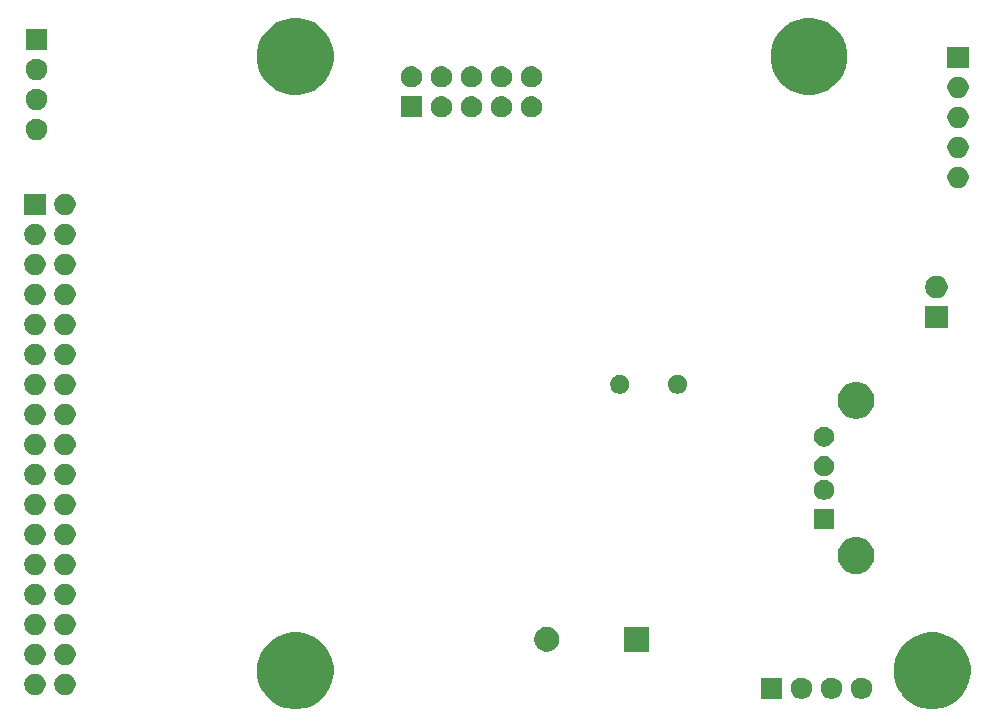
<source format=gbr>
G04 #@! TF.GenerationSoftware,KiCad,Pcbnew,(5.1.5)-3*
G04 #@! TF.CreationDate,2020-10-28T12:36:19+01:00*
G04 #@! TF.ProjectId,Gotek_Floppy_Disk_Emulator_V2,476f7465-6b5f-4466-9c6f-7070795f4469,rev?*
G04 #@! TF.SameCoordinates,Original*
G04 #@! TF.FileFunction,Soldermask,Bot*
G04 #@! TF.FilePolarity,Negative*
%FSLAX46Y46*%
G04 Gerber Fmt 4.6, Leading zero omitted, Abs format (unit mm)*
G04 Created by KiCad (PCBNEW (5.1.5)-3) date 2020-10-28 12:36:19*
%MOMM*%
%LPD*%
G04 APERTURE LIST*
%ADD10C,0.100000*%
G04 APERTURE END LIST*
D10*
G36*
X168549239Y-108691467D02*
G01*
X168863282Y-108753934D01*
X169454926Y-108999001D01*
X169987392Y-109354784D01*
X170440216Y-109807608D01*
X170795999Y-110340074D01*
X171034879Y-110916782D01*
X171041066Y-110931719D01*
X171166000Y-111559803D01*
X171166000Y-112200197D01*
X171140151Y-112330147D01*
X171041066Y-112828282D01*
X170795999Y-113419926D01*
X170510986Y-113846477D01*
X170448929Y-113939353D01*
X170440216Y-113952392D01*
X169987392Y-114405216D01*
X169454926Y-114760999D01*
X168863282Y-115006066D01*
X168549239Y-115068533D01*
X168235197Y-115131000D01*
X167594803Y-115131000D01*
X167280761Y-115068533D01*
X166966718Y-115006066D01*
X166375074Y-114760999D01*
X165842608Y-114405216D01*
X165389784Y-113952392D01*
X165381072Y-113939353D01*
X165319014Y-113846477D01*
X165034001Y-113419926D01*
X164788934Y-112828282D01*
X164689849Y-112330147D01*
X164664000Y-112200197D01*
X164664000Y-111559803D01*
X164788934Y-110931719D01*
X164795121Y-110916782D01*
X165034001Y-110340074D01*
X165389784Y-109807608D01*
X165842608Y-109354784D01*
X166375074Y-108999001D01*
X166966718Y-108753934D01*
X167280761Y-108691467D01*
X167594803Y-108629000D01*
X168235197Y-108629000D01*
X168549239Y-108691467D01*
G37*
G36*
X114634239Y-108691467D02*
G01*
X114948282Y-108753934D01*
X115539926Y-108999001D01*
X116072392Y-109354784D01*
X116525216Y-109807608D01*
X116880999Y-110340074D01*
X117119879Y-110916782D01*
X117126066Y-110931719D01*
X117251000Y-111559803D01*
X117251000Y-112200197D01*
X117225151Y-112330147D01*
X117126066Y-112828282D01*
X116880999Y-113419926D01*
X116595986Y-113846477D01*
X116533929Y-113939353D01*
X116525216Y-113952392D01*
X116072392Y-114405216D01*
X115539926Y-114760999D01*
X114948282Y-115006066D01*
X114634239Y-115068533D01*
X114320197Y-115131000D01*
X113679803Y-115131000D01*
X113365761Y-115068533D01*
X113051718Y-115006066D01*
X112460074Y-114760999D01*
X111927608Y-114405216D01*
X111474784Y-113952392D01*
X111466072Y-113939353D01*
X111404014Y-113846477D01*
X111119001Y-113419926D01*
X110873934Y-112828282D01*
X110774849Y-112330147D01*
X110749000Y-112200197D01*
X110749000Y-111559803D01*
X110873934Y-110931719D01*
X110880121Y-110916782D01*
X111119001Y-110340074D01*
X111474784Y-109807608D01*
X111927608Y-109354784D01*
X112460074Y-108999001D01*
X113051718Y-108753934D01*
X113365761Y-108691467D01*
X113679803Y-108629000D01*
X114320197Y-108629000D01*
X114634239Y-108691467D01*
G37*
G36*
X159498512Y-112468927D02*
G01*
X159647812Y-112498624D01*
X159811784Y-112566544D01*
X159959354Y-112665147D01*
X160084853Y-112790646D01*
X160183456Y-112938216D01*
X160251376Y-113102188D01*
X160286000Y-113276259D01*
X160286000Y-113453741D01*
X160251376Y-113627812D01*
X160183456Y-113791784D01*
X160084853Y-113939354D01*
X159959354Y-114064853D01*
X159811784Y-114163456D01*
X159647812Y-114231376D01*
X159498512Y-114261073D01*
X159473742Y-114266000D01*
X159296258Y-114266000D01*
X159271488Y-114261073D01*
X159122188Y-114231376D01*
X158958216Y-114163456D01*
X158810646Y-114064853D01*
X158685147Y-113939354D01*
X158586544Y-113791784D01*
X158518624Y-113627812D01*
X158484000Y-113453741D01*
X158484000Y-113276259D01*
X158518624Y-113102188D01*
X158586544Y-112938216D01*
X158685147Y-112790646D01*
X158810646Y-112665147D01*
X158958216Y-112566544D01*
X159122188Y-112498624D01*
X159271488Y-112468927D01*
X159296258Y-112464000D01*
X159473742Y-112464000D01*
X159498512Y-112468927D01*
G37*
G36*
X155206000Y-114266000D02*
G01*
X153404000Y-114266000D01*
X153404000Y-112464000D01*
X155206000Y-112464000D01*
X155206000Y-114266000D01*
G37*
G36*
X156958512Y-112468927D02*
G01*
X157107812Y-112498624D01*
X157271784Y-112566544D01*
X157419354Y-112665147D01*
X157544853Y-112790646D01*
X157643456Y-112938216D01*
X157711376Y-113102188D01*
X157746000Y-113276259D01*
X157746000Y-113453741D01*
X157711376Y-113627812D01*
X157643456Y-113791784D01*
X157544853Y-113939354D01*
X157419354Y-114064853D01*
X157271784Y-114163456D01*
X157107812Y-114231376D01*
X156958512Y-114261073D01*
X156933742Y-114266000D01*
X156756258Y-114266000D01*
X156731488Y-114261073D01*
X156582188Y-114231376D01*
X156418216Y-114163456D01*
X156270646Y-114064853D01*
X156145147Y-113939354D01*
X156046544Y-113791784D01*
X155978624Y-113627812D01*
X155944000Y-113453741D01*
X155944000Y-113276259D01*
X155978624Y-113102188D01*
X156046544Y-112938216D01*
X156145147Y-112790646D01*
X156270646Y-112665147D01*
X156418216Y-112566544D01*
X156582188Y-112498624D01*
X156731488Y-112468927D01*
X156756258Y-112464000D01*
X156933742Y-112464000D01*
X156958512Y-112468927D01*
G37*
G36*
X162038512Y-112468927D02*
G01*
X162187812Y-112498624D01*
X162351784Y-112566544D01*
X162499354Y-112665147D01*
X162624853Y-112790646D01*
X162723456Y-112938216D01*
X162791376Y-113102188D01*
X162826000Y-113276259D01*
X162826000Y-113453741D01*
X162791376Y-113627812D01*
X162723456Y-113791784D01*
X162624853Y-113939354D01*
X162499354Y-114064853D01*
X162351784Y-114163456D01*
X162187812Y-114231376D01*
X162038512Y-114261073D01*
X162013742Y-114266000D01*
X161836258Y-114266000D01*
X161811488Y-114261073D01*
X161662188Y-114231376D01*
X161498216Y-114163456D01*
X161350646Y-114064853D01*
X161225147Y-113939354D01*
X161126544Y-113791784D01*
X161058624Y-113627812D01*
X161024000Y-113453741D01*
X161024000Y-113276259D01*
X161058624Y-113102188D01*
X161126544Y-112938216D01*
X161225147Y-112790646D01*
X161350646Y-112665147D01*
X161498216Y-112566544D01*
X161662188Y-112498624D01*
X161811488Y-112468927D01*
X161836258Y-112464000D01*
X162013742Y-112464000D01*
X162038512Y-112468927D01*
G37*
G36*
X94601512Y-112133927D02*
G01*
X94750812Y-112163624D01*
X94914784Y-112231544D01*
X95062354Y-112330147D01*
X95187853Y-112455646D01*
X95286456Y-112603216D01*
X95354376Y-112767188D01*
X95389000Y-112941259D01*
X95389000Y-113118741D01*
X95354376Y-113292812D01*
X95286456Y-113456784D01*
X95187853Y-113604354D01*
X95062354Y-113729853D01*
X94914784Y-113828456D01*
X94750812Y-113896376D01*
X94601512Y-113926073D01*
X94576742Y-113931000D01*
X94399258Y-113931000D01*
X94374488Y-113926073D01*
X94225188Y-113896376D01*
X94061216Y-113828456D01*
X93913646Y-113729853D01*
X93788147Y-113604354D01*
X93689544Y-113456784D01*
X93621624Y-113292812D01*
X93587000Y-113118741D01*
X93587000Y-112941259D01*
X93621624Y-112767188D01*
X93689544Y-112603216D01*
X93788147Y-112455646D01*
X93913646Y-112330147D01*
X94061216Y-112231544D01*
X94225188Y-112163624D01*
X94374488Y-112133927D01*
X94399258Y-112129000D01*
X94576742Y-112129000D01*
X94601512Y-112133927D01*
G37*
G36*
X92061512Y-112133927D02*
G01*
X92210812Y-112163624D01*
X92374784Y-112231544D01*
X92522354Y-112330147D01*
X92647853Y-112455646D01*
X92746456Y-112603216D01*
X92814376Y-112767188D01*
X92849000Y-112941259D01*
X92849000Y-113118741D01*
X92814376Y-113292812D01*
X92746456Y-113456784D01*
X92647853Y-113604354D01*
X92522354Y-113729853D01*
X92374784Y-113828456D01*
X92210812Y-113896376D01*
X92061512Y-113926073D01*
X92036742Y-113931000D01*
X91859258Y-113931000D01*
X91834488Y-113926073D01*
X91685188Y-113896376D01*
X91521216Y-113828456D01*
X91373646Y-113729853D01*
X91248147Y-113604354D01*
X91149544Y-113456784D01*
X91081624Y-113292812D01*
X91047000Y-113118741D01*
X91047000Y-112941259D01*
X91081624Y-112767188D01*
X91149544Y-112603216D01*
X91248147Y-112455646D01*
X91373646Y-112330147D01*
X91521216Y-112231544D01*
X91685188Y-112163624D01*
X91834488Y-112133927D01*
X91859258Y-112129000D01*
X92036742Y-112129000D01*
X92061512Y-112133927D01*
G37*
G36*
X94601512Y-109593927D02*
G01*
X94750812Y-109623624D01*
X94914784Y-109691544D01*
X95062354Y-109790147D01*
X95187853Y-109915646D01*
X95286456Y-110063216D01*
X95354376Y-110227188D01*
X95389000Y-110401259D01*
X95389000Y-110578741D01*
X95354376Y-110752812D01*
X95286456Y-110916784D01*
X95187853Y-111064354D01*
X95062354Y-111189853D01*
X94914784Y-111288456D01*
X94750812Y-111356376D01*
X94601512Y-111386073D01*
X94576742Y-111391000D01*
X94399258Y-111391000D01*
X94374488Y-111386073D01*
X94225188Y-111356376D01*
X94061216Y-111288456D01*
X93913646Y-111189853D01*
X93788147Y-111064354D01*
X93689544Y-110916784D01*
X93621624Y-110752812D01*
X93587000Y-110578741D01*
X93587000Y-110401259D01*
X93621624Y-110227188D01*
X93689544Y-110063216D01*
X93788147Y-109915646D01*
X93913646Y-109790147D01*
X94061216Y-109691544D01*
X94225188Y-109623624D01*
X94374488Y-109593927D01*
X94399258Y-109589000D01*
X94576742Y-109589000D01*
X94601512Y-109593927D01*
G37*
G36*
X92061512Y-109593927D02*
G01*
X92210812Y-109623624D01*
X92374784Y-109691544D01*
X92522354Y-109790147D01*
X92647853Y-109915646D01*
X92746456Y-110063216D01*
X92814376Y-110227188D01*
X92849000Y-110401259D01*
X92849000Y-110578741D01*
X92814376Y-110752812D01*
X92746456Y-110916784D01*
X92647853Y-111064354D01*
X92522354Y-111189853D01*
X92374784Y-111288456D01*
X92210812Y-111356376D01*
X92061512Y-111386073D01*
X92036742Y-111391000D01*
X91859258Y-111391000D01*
X91834488Y-111386073D01*
X91685188Y-111356376D01*
X91521216Y-111288456D01*
X91373646Y-111189853D01*
X91248147Y-111064354D01*
X91149544Y-110916784D01*
X91081624Y-110752812D01*
X91047000Y-110578741D01*
X91047000Y-110401259D01*
X91081624Y-110227188D01*
X91149544Y-110063216D01*
X91248147Y-109915646D01*
X91373646Y-109790147D01*
X91521216Y-109691544D01*
X91685188Y-109623624D01*
X91834488Y-109593927D01*
X91859258Y-109589000D01*
X92036742Y-109589000D01*
X92061512Y-109593927D01*
G37*
G36*
X143926000Y-110271000D02*
G01*
X141824000Y-110271000D01*
X141824000Y-108169000D01*
X143926000Y-108169000D01*
X143926000Y-110271000D01*
G37*
G36*
X135581564Y-108209389D02*
G01*
X135772833Y-108288615D01*
X135772835Y-108288616D01*
X135944973Y-108403635D01*
X136091365Y-108550027D01*
X136158067Y-108649853D01*
X136206385Y-108722167D01*
X136285611Y-108913436D01*
X136326000Y-109116484D01*
X136326000Y-109323516D01*
X136285611Y-109526564D01*
X136245407Y-109623625D01*
X136206384Y-109717835D01*
X136091365Y-109889973D01*
X135944973Y-110036365D01*
X135772835Y-110151384D01*
X135772834Y-110151385D01*
X135772833Y-110151385D01*
X135581564Y-110230611D01*
X135378516Y-110271000D01*
X135171484Y-110271000D01*
X134968436Y-110230611D01*
X134777167Y-110151385D01*
X134777166Y-110151385D01*
X134777165Y-110151384D01*
X134605027Y-110036365D01*
X134458635Y-109889973D01*
X134343616Y-109717835D01*
X134304593Y-109623625D01*
X134264389Y-109526564D01*
X134224000Y-109323516D01*
X134224000Y-109116484D01*
X134264389Y-108913436D01*
X134343615Y-108722167D01*
X134391934Y-108649853D01*
X134458635Y-108550027D01*
X134605027Y-108403635D01*
X134777165Y-108288616D01*
X134777167Y-108288615D01*
X134968436Y-108209389D01*
X135171484Y-108169000D01*
X135378516Y-108169000D01*
X135581564Y-108209389D01*
G37*
G36*
X92061512Y-107053927D02*
G01*
X92210812Y-107083624D01*
X92374784Y-107151544D01*
X92522354Y-107250147D01*
X92647853Y-107375646D01*
X92746456Y-107523216D01*
X92814376Y-107687188D01*
X92849000Y-107861259D01*
X92849000Y-108038741D01*
X92814376Y-108212812D01*
X92746456Y-108376784D01*
X92647853Y-108524354D01*
X92522354Y-108649853D01*
X92374784Y-108748456D01*
X92210812Y-108816376D01*
X92061512Y-108846073D01*
X92036742Y-108851000D01*
X91859258Y-108851000D01*
X91834488Y-108846073D01*
X91685188Y-108816376D01*
X91521216Y-108748456D01*
X91373646Y-108649853D01*
X91248147Y-108524354D01*
X91149544Y-108376784D01*
X91081624Y-108212812D01*
X91047000Y-108038741D01*
X91047000Y-107861259D01*
X91081624Y-107687188D01*
X91149544Y-107523216D01*
X91248147Y-107375646D01*
X91373646Y-107250147D01*
X91521216Y-107151544D01*
X91685188Y-107083624D01*
X91834488Y-107053927D01*
X91859258Y-107049000D01*
X92036742Y-107049000D01*
X92061512Y-107053927D01*
G37*
G36*
X94601512Y-107053927D02*
G01*
X94750812Y-107083624D01*
X94914784Y-107151544D01*
X95062354Y-107250147D01*
X95187853Y-107375646D01*
X95286456Y-107523216D01*
X95354376Y-107687188D01*
X95389000Y-107861259D01*
X95389000Y-108038741D01*
X95354376Y-108212812D01*
X95286456Y-108376784D01*
X95187853Y-108524354D01*
X95062354Y-108649853D01*
X94914784Y-108748456D01*
X94750812Y-108816376D01*
X94601512Y-108846073D01*
X94576742Y-108851000D01*
X94399258Y-108851000D01*
X94374488Y-108846073D01*
X94225188Y-108816376D01*
X94061216Y-108748456D01*
X93913646Y-108649853D01*
X93788147Y-108524354D01*
X93689544Y-108376784D01*
X93621624Y-108212812D01*
X93587000Y-108038741D01*
X93587000Y-107861259D01*
X93621624Y-107687188D01*
X93689544Y-107523216D01*
X93788147Y-107375646D01*
X93913646Y-107250147D01*
X94061216Y-107151544D01*
X94225188Y-107083624D01*
X94374488Y-107053927D01*
X94399258Y-107049000D01*
X94576742Y-107049000D01*
X94601512Y-107053927D01*
G37*
G36*
X92061512Y-104513927D02*
G01*
X92210812Y-104543624D01*
X92374784Y-104611544D01*
X92522354Y-104710147D01*
X92647853Y-104835646D01*
X92746456Y-104983216D01*
X92814376Y-105147188D01*
X92849000Y-105321259D01*
X92849000Y-105498741D01*
X92814376Y-105672812D01*
X92746456Y-105836784D01*
X92647853Y-105984354D01*
X92522354Y-106109853D01*
X92374784Y-106208456D01*
X92210812Y-106276376D01*
X92061512Y-106306073D01*
X92036742Y-106311000D01*
X91859258Y-106311000D01*
X91834488Y-106306073D01*
X91685188Y-106276376D01*
X91521216Y-106208456D01*
X91373646Y-106109853D01*
X91248147Y-105984354D01*
X91149544Y-105836784D01*
X91081624Y-105672812D01*
X91047000Y-105498741D01*
X91047000Y-105321259D01*
X91081624Y-105147188D01*
X91149544Y-104983216D01*
X91248147Y-104835646D01*
X91373646Y-104710147D01*
X91521216Y-104611544D01*
X91685188Y-104543624D01*
X91834488Y-104513927D01*
X91859258Y-104509000D01*
X92036742Y-104509000D01*
X92061512Y-104513927D01*
G37*
G36*
X94601512Y-104513927D02*
G01*
X94750812Y-104543624D01*
X94914784Y-104611544D01*
X95062354Y-104710147D01*
X95187853Y-104835646D01*
X95286456Y-104983216D01*
X95354376Y-105147188D01*
X95389000Y-105321259D01*
X95389000Y-105498741D01*
X95354376Y-105672812D01*
X95286456Y-105836784D01*
X95187853Y-105984354D01*
X95062354Y-106109853D01*
X94914784Y-106208456D01*
X94750812Y-106276376D01*
X94601512Y-106306073D01*
X94576742Y-106311000D01*
X94399258Y-106311000D01*
X94374488Y-106306073D01*
X94225188Y-106276376D01*
X94061216Y-106208456D01*
X93913646Y-106109853D01*
X93788147Y-105984354D01*
X93689544Y-105836784D01*
X93621624Y-105672812D01*
X93587000Y-105498741D01*
X93587000Y-105321259D01*
X93621624Y-105147188D01*
X93689544Y-104983216D01*
X93788147Y-104835646D01*
X93913646Y-104710147D01*
X94061216Y-104611544D01*
X94225188Y-104543624D01*
X94374488Y-104513927D01*
X94399258Y-104509000D01*
X94576742Y-104509000D01*
X94601512Y-104513927D01*
G37*
G36*
X94601512Y-101973927D02*
G01*
X94750812Y-102003624D01*
X94914784Y-102071544D01*
X95062354Y-102170147D01*
X95187853Y-102295646D01*
X95286456Y-102443216D01*
X95354376Y-102607188D01*
X95389000Y-102781259D01*
X95389000Y-102958741D01*
X95354376Y-103132812D01*
X95286456Y-103296784D01*
X95187853Y-103444354D01*
X95062354Y-103569853D01*
X94914784Y-103668456D01*
X94750812Y-103736376D01*
X94601512Y-103766073D01*
X94576742Y-103771000D01*
X94399258Y-103771000D01*
X94374488Y-103766073D01*
X94225188Y-103736376D01*
X94061216Y-103668456D01*
X93913646Y-103569853D01*
X93788147Y-103444354D01*
X93689544Y-103296784D01*
X93621624Y-103132812D01*
X93587000Y-102958741D01*
X93587000Y-102781259D01*
X93621624Y-102607188D01*
X93689544Y-102443216D01*
X93788147Y-102295646D01*
X93913646Y-102170147D01*
X94061216Y-102071544D01*
X94225188Y-102003624D01*
X94374488Y-101973927D01*
X94399258Y-101969000D01*
X94576742Y-101969000D01*
X94601512Y-101973927D01*
G37*
G36*
X92061512Y-101973927D02*
G01*
X92210812Y-102003624D01*
X92374784Y-102071544D01*
X92522354Y-102170147D01*
X92647853Y-102295646D01*
X92746456Y-102443216D01*
X92814376Y-102607188D01*
X92849000Y-102781259D01*
X92849000Y-102958741D01*
X92814376Y-103132812D01*
X92746456Y-103296784D01*
X92647853Y-103444354D01*
X92522354Y-103569853D01*
X92374784Y-103668456D01*
X92210812Y-103736376D01*
X92061512Y-103766073D01*
X92036742Y-103771000D01*
X91859258Y-103771000D01*
X91834488Y-103766073D01*
X91685188Y-103736376D01*
X91521216Y-103668456D01*
X91373646Y-103569853D01*
X91248147Y-103444354D01*
X91149544Y-103296784D01*
X91081624Y-103132812D01*
X91047000Y-102958741D01*
X91047000Y-102781259D01*
X91081624Y-102607188D01*
X91149544Y-102443216D01*
X91248147Y-102295646D01*
X91373646Y-102170147D01*
X91521216Y-102071544D01*
X91685188Y-102003624D01*
X91834488Y-101973927D01*
X91859258Y-101969000D01*
X92036742Y-101969000D01*
X92061512Y-101973927D01*
G37*
G36*
X161682193Y-100592811D02*
G01*
X161912410Y-100638604D01*
X162194674Y-100755521D01*
X162448705Y-100925259D01*
X162664741Y-101141295D01*
X162834479Y-101395326D01*
X162951396Y-101677590D01*
X163011000Y-101977240D01*
X163011000Y-102282760D01*
X162951396Y-102582410D01*
X162834479Y-102864674D01*
X162664741Y-103118705D01*
X162448705Y-103334741D01*
X162194674Y-103504479D01*
X161912410Y-103621396D01*
X161762585Y-103651198D01*
X161612761Y-103681000D01*
X161307239Y-103681000D01*
X161157415Y-103651198D01*
X161007590Y-103621396D01*
X160725326Y-103504479D01*
X160471295Y-103334741D01*
X160255259Y-103118705D01*
X160085521Y-102864674D01*
X159968604Y-102582410D01*
X159909000Y-102282760D01*
X159909000Y-101977240D01*
X159968604Y-101677590D01*
X160085521Y-101395326D01*
X160255259Y-101141295D01*
X160471295Y-100925259D01*
X160725326Y-100755521D01*
X161007590Y-100638604D01*
X161237807Y-100592811D01*
X161307239Y-100579000D01*
X161612761Y-100579000D01*
X161682193Y-100592811D01*
G37*
G36*
X94601512Y-99433927D02*
G01*
X94750812Y-99463624D01*
X94914784Y-99531544D01*
X95062354Y-99630147D01*
X95187853Y-99755646D01*
X95286456Y-99903216D01*
X95354376Y-100067188D01*
X95389000Y-100241259D01*
X95389000Y-100418741D01*
X95354376Y-100592812D01*
X95286456Y-100756784D01*
X95187853Y-100904354D01*
X95062354Y-101029853D01*
X94914784Y-101128456D01*
X94750812Y-101196376D01*
X94601512Y-101226073D01*
X94576742Y-101231000D01*
X94399258Y-101231000D01*
X94374488Y-101226073D01*
X94225188Y-101196376D01*
X94061216Y-101128456D01*
X93913646Y-101029853D01*
X93788147Y-100904354D01*
X93689544Y-100756784D01*
X93621624Y-100592812D01*
X93587000Y-100418741D01*
X93587000Y-100241259D01*
X93621624Y-100067188D01*
X93689544Y-99903216D01*
X93788147Y-99755646D01*
X93913646Y-99630147D01*
X94061216Y-99531544D01*
X94225188Y-99463624D01*
X94374488Y-99433927D01*
X94399258Y-99429000D01*
X94576742Y-99429000D01*
X94601512Y-99433927D01*
G37*
G36*
X92061512Y-99433927D02*
G01*
X92210812Y-99463624D01*
X92374784Y-99531544D01*
X92522354Y-99630147D01*
X92647853Y-99755646D01*
X92746456Y-99903216D01*
X92814376Y-100067188D01*
X92849000Y-100241259D01*
X92849000Y-100418741D01*
X92814376Y-100592812D01*
X92746456Y-100756784D01*
X92647853Y-100904354D01*
X92522354Y-101029853D01*
X92374784Y-101128456D01*
X92210812Y-101196376D01*
X92061512Y-101226073D01*
X92036742Y-101231000D01*
X91859258Y-101231000D01*
X91834488Y-101226073D01*
X91685188Y-101196376D01*
X91521216Y-101128456D01*
X91373646Y-101029853D01*
X91248147Y-100904354D01*
X91149544Y-100756784D01*
X91081624Y-100592812D01*
X91047000Y-100418741D01*
X91047000Y-100241259D01*
X91081624Y-100067188D01*
X91149544Y-99903216D01*
X91248147Y-99755646D01*
X91373646Y-99630147D01*
X91521216Y-99531544D01*
X91685188Y-99463624D01*
X91834488Y-99433927D01*
X91859258Y-99429000D01*
X92036742Y-99429000D01*
X92061512Y-99433927D01*
G37*
G36*
X159601000Y-99911000D02*
G01*
X157899000Y-99911000D01*
X157899000Y-98209000D01*
X159601000Y-98209000D01*
X159601000Y-99911000D01*
G37*
G36*
X92061512Y-96893927D02*
G01*
X92210812Y-96923624D01*
X92374784Y-96991544D01*
X92522354Y-97090147D01*
X92647853Y-97215646D01*
X92746456Y-97363216D01*
X92814376Y-97527188D01*
X92849000Y-97701259D01*
X92849000Y-97878741D01*
X92814376Y-98052812D01*
X92746456Y-98216784D01*
X92647853Y-98364354D01*
X92522354Y-98489853D01*
X92374784Y-98588456D01*
X92210812Y-98656376D01*
X92061512Y-98686073D01*
X92036742Y-98691000D01*
X91859258Y-98691000D01*
X91834488Y-98686073D01*
X91685188Y-98656376D01*
X91521216Y-98588456D01*
X91373646Y-98489853D01*
X91248147Y-98364354D01*
X91149544Y-98216784D01*
X91081624Y-98052812D01*
X91047000Y-97878741D01*
X91047000Y-97701259D01*
X91081624Y-97527188D01*
X91149544Y-97363216D01*
X91248147Y-97215646D01*
X91373646Y-97090147D01*
X91521216Y-96991544D01*
X91685188Y-96923624D01*
X91834488Y-96893927D01*
X91859258Y-96889000D01*
X92036742Y-96889000D01*
X92061512Y-96893927D01*
G37*
G36*
X94601512Y-96893927D02*
G01*
X94750812Y-96923624D01*
X94914784Y-96991544D01*
X95062354Y-97090147D01*
X95187853Y-97215646D01*
X95286456Y-97363216D01*
X95354376Y-97527188D01*
X95389000Y-97701259D01*
X95389000Y-97878741D01*
X95354376Y-98052812D01*
X95286456Y-98216784D01*
X95187853Y-98364354D01*
X95062354Y-98489853D01*
X94914784Y-98588456D01*
X94750812Y-98656376D01*
X94601512Y-98686073D01*
X94576742Y-98691000D01*
X94399258Y-98691000D01*
X94374488Y-98686073D01*
X94225188Y-98656376D01*
X94061216Y-98588456D01*
X93913646Y-98489853D01*
X93788147Y-98364354D01*
X93689544Y-98216784D01*
X93621624Y-98052812D01*
X93587000Y-97878741D01*
X93587000Y-97701259D01*
X93621624Y-97527188D01*
X93689544Y-97363216D01*
X93788147Y-97215646D01*
X93913646Y-97090147D01*
X94061216Y-96991544D01*
X94225188Y-96923624D01*
X94374488Y-96893927D01*
X94399258Y-96889000D01*
X94576742Y-96889000D01*
X94601512Y-96893927D01*
G37*
G36*
X158998228Y-95741703D02*
G01*
X159153100Y-95805853D01*
X159292481Y-95898985D01*
X159411015Y-96017519D01*
X159504147Y-96156900D01*
X159568297Y-96311772D01*
X159601000Y-96476184D01*
X159601000Y-96643816D01*
X159568297Y-96808228D01*
X159504147Y-96963100D01*
X159411015Y-97102481D01*
X159292481Y-97221015D01*
X159153100Y-97314147D01*
X158998228Y-97378297D01*
X158833816Y-97411000D01*
X158666184Y-97411000D01*
X158501772Y-97378297D01*
X158346900Y-97314147D01*
X158207519Y-97221015D01*
X158088985Y-97102481D01*
X157995853Y-96963100D01*
X157931703Y-96808228D01*
X157899000Y-96643816D01*
X157899000Y-96476184D01*
X157931703Y-96311772D01*
X157995853Y-96156900D01*
X158088985Y-96017519D01*
X158207519Y-95898985D01*
X158346900Y-95805853D01*
X158501772Y-95741703D01*
X158666184Y-95709000D01*
X158833816Y-95709000D01*
X158998228Y-95741703D01*
G37*
G36*
X94601512Y-94353927D02*
G01*
X94750812Y-94383624D01*
X94914784Y-94451544D01*
X95062354Y-94550147D01*
X95187853Y-94675646D01*
X95286456Y-94823216D01*
X95354376Y-94987188D01*
X95389000Y-95161259D01*
X95389000Y-95338741D01*
X95354376Y-95512812D01*
X95286456Y-95676784D01*
X95187853Y-95824354D01*
X95062354Y-95949853D01*
X94914784Y-96048456D01*
X94750812Y-96116376D01*
X94601512Y-96146073D01*
X94576742Y-96151000D01*
X94399258Y-96151000D01*
X94374488Y-96146073D01*
X94225188Y-96116376D01*
X94061216Y-96048456D01*
X93913646Y-95949853D01*
X93788147Y-95824354D01*
X93689544Y-95676784D01*
X93621624Y-95512812D01*
X93587000Y-95338741D01*
X93587000Y-95161259D01*
X93621624Y-94987188D01*
X93689544Y-94823216D01*
X93788147Y-94675646D01*
X93913646Y-94550147D01*
X94061216Y-94451544D01*
X94225188Y-94383624D01*
X94374488Y-94353927D01*
X94399258Y-94349000D01*
X94576742Y-94349000D01*
X94601512Y-94353927D01*
G37*
G36*
X92061512Y-94353927D02*
G01*
X92210812Y-94383624D01*
X92374784Y-94451544D01*
X92522354Y-94550147D01*
X92647853Y-94675646D01*
X92746456Y-94823216D01*
X92814376Y-94987188D01*
X92849000Y-95161259D01*
X92849000Y-95338741D01*
X92814376Y-95512812D01*
X92746456Y-95676784D01*
X92647853Y-95824354D01*
X92522354Y-95949853D01*
X92374784Y-96048456D01*
X92210812Y-96116376D01*
X92061512Y-96146073D01*
X92036742Y-96151000D01*
X91859258Y-96151000D01*
X91834488Y-96146073D01*
X91685188Y-96116376D01*
X91521216Y-96048456D01*
X91373646Y-95949853D01*
X91248147Y-95824354D01*
X91149544Y-95676784D01*
X91081624Y-95512812D01*
X91047000Y-95338741D01*
X91047000Y-95161259D01*
X91081624Y-94987188D01*
X91149544Y-94823216D01*
X91248147Y-94675646D01*
X91373646Y-94550147D01*
X91521216Y-94451544D01*
X91685188Y-94383624D01*
X91834488Y-94353927D01*
X91859258Y-94349000D01*
X92036742Y-94349000D01*
X92061512Y-94353927D01*
G37*
G36*
X158998228Y-93741703D02*
G01*
X159153100Y-93805853D01*
X159292481Y-93898985D01*
X159411015Y-94017519D01*
X159504147Y-94156900D01*
X159568297Y-94311772D01*
X159601000Y-94476184D01*
X159601000Y-94643816D01*
X159568297Y-94808228D01*
X159504147Y-94963100D01*
X159411015Y-95102481D01*
X159292481Y-95221015D01*
X159153100Y-95314147D01*
X158998228Y-95378297D01*
X158833816Y-95411000D01*
X158666184Y-95411000D01*
X158501772Y-95378297D01*
X158346900Y-95314147D01*
X158207519Y-95221015D01*
X158088985Y-95102481D01*
X157995853Y-94963100D01*
X157931703Y-94808228D01*
X157899000Y-94643816D01*
X157899000Y-94476184D01*
X157931703Y-94311772D01*
X157995853Y-94156900D01*
X158088985Y-94017519D01*
X158207519Y-93898985D01*
X158346900Y-93805853D01*
X158501772Y-93741703D01*
X158666184Y-93709000D01*
X158833816Y-93709000D01*
X158998228Y-93741703D01*
G37*
G36*
X94601512Y-91813927D02*
G01*
X94750812Y-91843624D01*
X94914784Y-91911544D01*
X95062354Y-92010147D01*
X95187853Y-92135646D01*
X95286456Y-92283216D01*
X95354376Y-92447188D01*
X95384073Y-92596488D01*
X95389000Y-92621258D01*
X95389000Y-92798742D01*
X95384073Y-92823512D01*
X95354376Y-92972812D01*
X95286456Y-93136784D01*
X95187853Y-93284354D01*
X95062354Y-93409853D01*
X94914784Y-93508456D01*
X94750812Y-93576376D01*
X94601512Y-93606073D01*
X94576742Y-93611000D01*
X94399258Y-93611000D01*
X94374488Y-93606073D01*
X94225188Y-93576376D01*
X94061216Y-93508456D01*
X93913646Y-93409853D01*
X93788147Y-93284354D01*
X93689544Y-93136784D01*
X93621624Y-92972812D01*
X93591927Y-92823512D01*
X93587000Y-92798742D01*
X93587000Y-92621258D01*
X93591927Y-92596488D01*
X93621624Y-92447188D01*
X93689544Y-92283216D01*
X93788147Y-92135646D01*
X93913646Y-92010147D01*
X94061216Y-91911544D01*
X94225188Y-91843624D01*
X94374488Y-91813927D01*
X94399258Y-91809000D01*
X94576742Y-91809000D01*
X94601512Y-91813927D01*
G37*
G36*
X92061512Y-91813927D02*
G01*
X92210812Y-91843624D01*
X92374784Y-91911544D01*
X92522354Y-92010147D01*
X92647853Y-92135646D01*
X92746456Y-92283216D01*
X92814376Y-92447188D01*
X92844073Y-92596488D01*
X92849000Y-92621258D01*
X92849000Y-92798742D01*
X92844073Y-92823512D01*
X92814376Y-92972812D01*
X92746456Y-93136784D01*
X92647853Y-93284354D01*
X92522354Y-93409853D01*
X92374784Y-93508456D01*
X92210812Y-93576376D01*
X92061512Y-93606073D01*
X92036742Y-93611000D01*
X91859258Y-93611000D01*
X91834488Y-93606073D01*
X91685188Y-93576376D01*
X91521216Y-93508456D01*
X91373646Y-93409853D01*
X91248147Y-93284354D01*
X91149544Y-93136784D01*
X91081624Y-92972812D01*
X91051927Y-92823512D01*
X91047000Y-92798742D01*
X91047000Y-92621258D01*
X91051927Y-92596488D01*
X91081624Y-92447188D01*
X91149544Y-92283216D01*
X91248147Y-92135646D01*
X91373646Y-92010147D01*
X91521216Y-91911544D01*
X91685188Y-91843624D01*
X91834488Y-91813927D01*
X91859258Y-91809000D01*
X92036742Y-91809000D01*
X92061512Y-91813927D01*
G37*
G36*
X158998228Y-91241703D02*
G01*
X159153100Y-91305853D01*
X159292481Y-91398985D01*
X159411015Y-91517519D01*
X159504147Y-91656900D01*
X159568297Y-91811772D01*
X159601000Y-91976184D01*
X159601000Y-92143816D01*
X159568297Y-92308228D01*
X159504147Y-92463100D01*
X159411015Y-92602481D01*
X159292481Y-92721015D01*
X159153100Y-92814147D01*
X158998228Y-92878297D01*
X158833816Y-92911000D01*
X158666184Y-92911000D01*
X158501772Y-92878297D01*
X158346900Y-92814147D01*
X158207519Y-92721015D01*
X158088985Y-92602481D01*
X157995853Y-92463100D01*
X157931703Y-92308228D01*
X157899000Y-92143816D01*
X157899000Y-91976184D01*
X157931703Y-91811772D01*
X157995853Y-91656900D01*
X158088985Y-91517519D01*
X158207519Y-91398985D01*
X158346900Y-91305853D01*
X158501772Y-91241703D01*
X158666184Y-91209000D01*
X158833816Y-91209000D01*
X158998228Y-91241703D01*
G37*
G36*
X94601512Y-89273927D02*
G01*
X94750812Y-89303624D01*
X94914784Y-89371544D01*
X95062354Y-89470147D01*
X95187853Y-89595646D01*
X95286456Y-89743216D01*
X95354376Y-89907188D01*
X95389000Y-90081259D01*
X95389000Y-90258741D01*
X95354376Y-90432812D01*
X95286456Y-90596784D01*
X95187853Y-90744354D01*
X95062354Y-90869853D01*
X94914784Y-90968456D01*
X94750812Y-91036376D01*
X94601512Y-91066073D01*
X94576742Y-91071000D01*
X94399258Y-91071000D01*
X94374488Y-91066073D01*
X94225188Y-91036376D01*
X94061216Y-90968456D01*
X93913646Y-90869853D01*
X93788147Y-90744354D01*
X93689544Y-90596784D01*
X93621624Y-90432812D01*
X93587000Y-90258741D01*
X93587000Y-90081259D01*
X93621624Y-89907188D01*
X93689544Y-89743216D01*
X93788147Y-89595646D01*
X93913646Y-89470147D01*
X94061216Y-89371544D01*
X94225188Y-89303624D01*
X94374488Y-89273927D01*
X94399258Y-89269000D01*
X94576742Y-89269000D01*
X94601512Y-89273927D01*
G37*
G36*
X92061512Y-89273927D02*
G01*
X92210812Y-89303624D01*
X92374784Y-89371544D01*
X92522354Y-89470147D01*
X92647853Y-89595646D01*
X92746456Y-89743216D01*
X92814376Y-89907188D01*
X92849000Y-90081259D01*
X92849000Y-90258741D01*
X92814376Y-90432812D01*
X92746456Y-90596784D01*
X92647853Y-90744354D01*
X92522354Y-90869853D01*
X92374784Y-90968456D01*
X92210812Y-91036376D01*
X92061512Y-91066073D01*
X92036742Y-91071000D01*
X91859258Y-91071000D01*
X91834488Y-91066073D01*
X91685188Y-91036376D01*
X91521216Y-90968456D01*
X91373646Y-90869853D01*
X91248147Y-90744354D01*
X91149544Y-90596784D01*
X91081624Y-90432812D01*
X91047000Y-90258741D01*
X91047000Y-90081259D01*
X91081624Y-89907188D01*
X91149544Y-89743216D01*
X91248147Y-89595646D01*
X91373646Y-89470147D01*
X91521216Y-89371544D01*
X91685188Y-89303624D01*
X91834488Y-89273927D01*
X91859258Y-89269000D01*
X92036742Y-89269000D01*
X92061512Y-89273927D01*
G37*
G36*
X161762585Y-87468802D02*
G01*
X161912410Y-87498604D01*
X162194674Y-87615521D01*
X162448705Y-87785259D01*
X162664741Y-88001295D01*
X162834479Y-88255326D01*
X162951396Y-88537590D01*
X163011000Y-88837240D01*
X163011000Y-89142760D01*
X162951396Y-89442410D01*
X162834479Y-89724674D01*
X162664741Y-89978705D01*
X162448705Y-90194741D01*
X162194674Y-90364479D01*
X161912410Y-90481396D01*
X161762585Y-90511198D01*
X161612761Y-90541000D01*
X161307239Y-90541000D01*
X161157415Y-90511198D01*
X161007590Y-90481396D01*
X160725326Y-90364479D01*
X160471295Y-90194741D01*
X160255259Y-89978705D01*
X160085521Y-89724674D01*
X159968604Y-89442410D01*
X159909000Y-89142760D01*
X159909000Y-88837240D01*
X159968604Y-88537590D01*
X160085521Y-88255326D01*
X160255259Y-88001295D01*
X160471295Y-87785259D01*
X160725326Y-87615521D01*
X161007590Y-87498604D01*
X161157415Y-87468802D01*
X161307239Y-87439000D01*
X161612761Y-87439000D01*
X161762585Y-87468802D01*
G37*
G36*
X92061512Y-86733927D02*
G01*
X92210812Y-86763624D01*
X92374784Y-86831544D01*
X92522354Y-86930147D01*
X92647853Y-87055646D01*
X92746456Y-87203216D01*
X92814376Y-87367188D01*
X92849000Y-87541259D01*
X92849000Y-87718741D01*
X92814376Y-87892812D01*
X92746456Y-88056784D01*
X92647853Y-88204354D01*
X92522354Y-88329853D01*
X92374784Y-88428456D01*
X92210812Y-88496376D01*
X92061512Y-88526073D01*
X92036742Y-88531000D01*
X91859258Y-88531000D01*
X91834488Y-88526073D01*
X91685188Y-88496376D01*
X91521216Y-88428456D01*
X91373646Y-88329853D01*
X91248147Y-88204354D01*
X91149544Y-88056784D01*
X91081624Y-87892812D01*
X91047000Y-87718741D01*
X91047000Y-87541259D01*
X91081624Y-87367188D01*
X91149544Y-87203216D01*
X91248147Y-87055646D01*
X91373646Y-86930147D01*
X91521216Y-86831544D01*
X91685188Y-86763624D01*
X91834488Y-86733927D01*
X91859258Y-86729000D01*
X92036742Y-86729000D01*
X92061512Y-86733927D01*
G37*
G36*
X94601512Y-86733927D02*
G01*
X94750812Y-86763624D01*
X94914784Y-86831544D01*
X95062354Y-86930147D01*
X95187853Y-87055646D01*
X95286456Y-87203216D01*
X95354376Y-87367188D01*
X95389000Y-87541259D01*
X95389000Y-87718741D01*
X95354376Y-87892812D01*
X95286456Y-88056784D01*
X95187853Y-88204354D01*
X95062354Y-88329853D01*
X94914784Y-88428456D01*
X94750812Y-88496376D01*
X94601512Y-88526073D01*
X94576742Y-88531000D01*
X94399258Y-88531000D01*
X94374488Y-88526073D01*
X94225188Y-88496376D01*
X94061216Y-88428456D01*
X93913646Y-88329853D01*
X93788147Y-88204354D01*
X93689544Y-88056784D01*
X93621624Y-87892812D01*
X93587000Y-87718741D01*
X93587000Y-87541259D01*
X93621624Y-87367188D01*
X93689544Y-87203216D01*
X93788147Y-87055646D01*
X93913646Y-86930147D01*
X94061216Y-86831544D01*
X94225188Y-86763624D01*
X94374488Y-86733927D01*
X94399258Y-86729000D01*
X94576742Y-86729000D01*
X94601512Y-86733927D01*
G37*
G36*
X146583642Y-86849781D02*
G01*
X146729414Y-86910162D01*
X146729416Y-86910163D01*
X146860608Y-86997822D01*
X146972178Y-87109392D01*
X147034870Y-87203218D01*
X147059838Y-87240586D01*
X147120219Y-87386358D01*
X147151000Y-87541107D01*
X147151000Y-87698893D01*
X147120219Y-87853642D01*
X147103994Y-87892812D01*
X147059837Y-87999416D01*
X146972178Y-88130608D01*
X146860608Y-88242178D01*
X146729416Y-88329837D01*
X146729415Y-88329838D01*
X146729414Y-88329838D01*
X146583642Y-88390219D01*
X146428893Y-88421000D01*
X146271107Y-88421000D01*
X146116358Y-88390219D01*
X145970586Y-88329838D01*
X145970585Y-88329838D01*
X145970584Y-88329837D01*
X145839392Y-88242178D01*
X145727822Y-88130608D01*
X145640163Y-87999416D01*
X145596006Y-87892812D01*
X145579781Y-87853642D01*
X145549000Y-87698893D01*
X145549000Y-87541107D01*
X145579781Y-87386358D01*
X145640162Y-87240586D01*
X145665130Y-87203218D01*
X145727822Y-87109392D01*
X145839392Y-86997822D01*
X145970584Y-86910163D01*
X145970586Y-86910162D01*
X146116358Y-86849781D01*
X146271107Y-86819000D01*
X146428893Y-86819000D01*
X146583642Y-86849781D01*
G37*
G36*
X141703642Y-86849781D02*
G01*
X141849414Y-86910162D01*
X141849416Y-86910163D01*
X141980608Y-86997822D01*
X142092178Y-87109392D01*
X142154870Y-87203218D01*
X142179838Y-87240586D01*
X142240219Y-87386358D01*
X142271000Y-87541107D01*
X142271000Y-87698893D01*
X142240219Y-87853642D01*
X142223994Y-87892812D01*
X142179837Y-87999416D01*
X142092178Y-88130608D01*
X141980608Y-88242178D01*
X141849416Y-88329837D01*
X141849415Y-88329838D01*
X141849414Y-88329838D01*
X141703642Y-88390219D01*
X141548893Y-88421000D01*
X141391107Y-88421000D01*
X141236358Y-88390219D01*
X141090586Y-88329838D01*
X141090585Y-88329838D01*
X141090584Y-88329837D01*
X140959392Y-88242178D01*
X140847822Y-88130608D01*
X140760163Y-87999416D01*
X140716006Y-87892812D01*
X140699781Y-87853642D01*
X140669000Y-87698893D01*
X140669000Y-87541107D01*
X140699781Y-87386358D01*
X140760162Y-87240586D01*
X140785130Y-87203218D01*
X140847822Y-87109392D01*
X140959392Y-86997822D01*
X141090584Y-86910163D01*
X141090586Y-86910162D01*
X141236358Y-86849781D01*
X141391107Y-86819000D01*
X141548893Y-86819000D01*
X141703642Y-86849781D01*
G37*
G36*
X92061512Y-84193927D02*
G01*
X92210812Y-84223624D01*
X92374784Y-84291544D01*
X92522354Y-84390147D01*
X92647853Y-84515646D01*
X92746456Y-84663216D01*
X92814376Y-84827188D01*
X92849000Y-85001259D01*
X92849000Y-85178741D01*
X92814376Y-85352812D01*
X92746456Y-85516784D01*
X92647853Y-85664354D01*
X92522354Y-85789853D01*
X92374784Y-85888456D01*
X92210812Y-85956376D01*
X92061512Y-85986073D01*
X92036742Y-85991000D01*
X91859258Y-85991000D01*
X91834488Y-85986073D01*
X91685188Y-85956376D01*
X91521216Y-85888456D01*
X91373646Y-85789853D01*
X91248147Y-85664354D01*
X91149544Y-85516784D01*
X91081624Y-85352812D01*
X91047000Y-85178741D01*
X91047000Y-85001259D01*
X91081624Y-84827188D01*
X91149544Y-84663216D01*
X91248147Y-84515646D01*
X91373646Y-84390147D01*
X91521216Y-84291544D01*
X91685188Y-84223624D01*
X91834488Y-84193927D01*
X91859258Y-84189000D01*
X92036742Y-84189000D01*
X92061512Y-84193927D01*
G37*
G36*
X94601512Y-84193927D02*
G01*
X94750812Y-84223624D01*
X94914784Y-84291544D01*
X95062354Y-84390147D01*
X95187853Y-84515646D01*
X95286456Y-84663216D01*
X95354376Y-84827188D01*
X95389000Y-85001259D01*
X95389000Y-85178741D01*
X95354376Y-85352812D01*
X95286456Y-85516784D01*
X95187853Y-85664354D01*
X95062354Y-85789853D01*
X94914784Y-85888456D01*
X94750812Y-85956376D01*
X94601512Y-85986073D01*
X94576742Y-85991000D01*
X94399258Y-85991000D01*
X94374488Y-85986073D01*
X94225188Y-85956376D01*
X94061216Y-85888456D01*
X93913646Y-85789853D01*
X93788147Y-85664354D01*
X93689544Y-85516784D01*
X93621624Y-85352812D01*
X93587000Y-85178741D01*
X93587000Y-85001259D01*
X93621624Y-84827188D01*
X93689544Y-84663216D01*
X93788147Y-84515646D01*
X93913646Y-84390147D01*
X94061216Y-84291544D01*
X94225188Y-84223624D01*
X94374488Y-84193927D01*
X94399258Y-84189000D01*
X94576742Y-84189000D01*
X94601512Y-84193927D01*
G37*
G36*
X94601512Y-81653927D02*
G01*
X94750812Y-81683624D01*
X94914784Y-81751544D01*
X95062354Y-81850147D01*
X95187853Y-81975646D01*
X95286456Y-82123216D01*
X95354376Y-82287188D01*
X95389000Y-82461259D01*
X95389000Y-82638741D01*
X95354376Y-82812812D01*
X95286456Y-82976784D01*
X95187853Y-83124354D01*
X95062354Y-83249853D01*
X94914784Y-83348456D01*
X94750812Y-83416376D01*
X94601512Y-83446073D01*
X94576742Y-83451000D01*
X94399258Y-83451000D01*
X94374488Y-83446073D01*
X94225188Y-83416376D01*
X94061216Y-83348456D01*
X93913646Y-83249853D01*
X93788147Y-83124354D01*
X93689544Y-82976784D01*
X93621624Y-82812812D01*
X93587000Y-82638741D01*
X93587000Y-82461259D01*
X93621624Y-82287188D01*
X93689544Y-82123216D01*
X93788147Y-81975646D01*
X93913646Y-81850147D01*
X94061216Y-81751544D01*
X94225188Y-81683624D01*
X94374488Y-81653927D01*
X94399258Y-81649000D01*
X94576742Y-81649000D01*
X94601512Y-81653927D01*
G37*
G36*
X92061512Y-81653927D02*
G01*
X92210812Y-81683624D01*
X92374784Y-81751544D01*
X92522354Y-81850147D01*
X92647853Y-81975646D01*
X92746456Y-82123216D01*
X92814376Y-82287188D01*
X92849000Y-82461259D01*
X92849000Y-82638741D01*
X92814376Y-82812812D01*
X92746456Y-82976784D01*
X92647853Y-83124354D01*
X92522354Y-83249853D01*
X92374784Y-83348456D01*
X92210812Y-83416376D01*
X92061512Y-83446073D01*
X92036742Y-83451000D01*
X91859258Y-83451000D01*
X91834488Y-83446073D01*
X91685188Y-83416376D01*
X91521216Y-83348456D01*
X91373646Y-83249853D01*
X91248147Y-83124354D01*
X91149544Y-82976784D01*
X91081624Y-82812812D01*
X91047000Y-82638741D01*
X91047000Y-82461259D01*
X91081624Y-82287188D01*
X91149544Y-82123216D01*
X91248147Y-81975646D01*
X91373646Y-81850147D01*
X91521216Y-81751544D01*
X91685188Y-81683624D01*
X91834488Y-81653927D01*
X91859258Y-81649000D01*
X92036742Y-81649000D01*
X92061512Y-81653927D01*
G37*
G36*
X169226000Y-82866000D02*
G01*
X167324000Y-82866000D01*
X167324000Y-80964000D01*
X169226000Y-80964000D01*
X169226000Y-82866000D01*
G37*
G36*
X94601512Y-79113927D02*
G01*
X94750812Y-79143624D01*
X94914784Y-79211544D01*
X95062354Y-79310147D01*
X95187853Y-79435646D01*
X95286456Y-79583216D01*
X95354376Y-79747188D01*
X95389000Y-79921259D01*
X95389000Y-80098741D01*
X95354376Y-80272812D01*
X95286456Y-80436784D01*
X95187853Y-80584354D01*
X95062354Y-80709853D01*
X94914784Y-80808456D01*
X94750812Y-80876376D01*
X94601512Y-80906073D01*
X94576742Y-80911000D01*
X94399258Y-80911000D01*
X94374488Y-80906073D01*
X94225188Y-80876376D01*
X94061216Y-80808456D01*
X93913646Y-80709853D01*
X93788147Y-80584354D01*
X93689544Y-80436784D01*
X93621624Y-80272812D01*
X93587000Y-80098741D01*
X93587000Y-79921259D01*
X93621624Y-79747188D01*
X93689544Y-79583216D01*
X93788147Y-79435646D01*
X93913646Y-79310147D01*
X94061216Y-79211544D01*
X94225188Y-79143624D01*
X94374488Y-79113927D01*
X94399258Y-79109000D01*
X94576742Y-79109000D01*
X94601512Y-79113927D01*
G37*
G36*
X92061512Y-79113927D02*
G01*
X92210812Y-79143624D01*
X92374784Y-79211544D01*
X92522354Y-79310147D01*
X92647853Y-79435646D01*
X92746456Y-79583216D01*
X92814376Y-79747188D01*
X92849000Y-79921259D01*
X92849000Y-80098741D01*
X92814376Y-80272812D01*
X92746456Y-80436784D01*
X92647853Y-80584354D01*
X92522354Y-80709853D01*
X92374784Y-80808456D01*
X92210812Y-80876376D01*
X92061512Y-80906073D01*
X92036742Y-80911000D01*
X91859258Y-80911000D01*
X91834488Y-80906073D01*
X91685188Y-80876376D01*
X91521216Y-80808456D01*
X91373646Y-80709853D01*
X91248147Y-80584354D01*
X91149544Y-80436784D01*
X91081624Y-80272812D01*
X91047000Y-80098741D01*
X91047000Y-79921259D01*
X91081624Y-79747188D01*
X91149544Y-79583216D01*
X91248147Y-79435646D01*
X91373646Y-79310147D01*
X91521216Y-79211544D01*
X91685188Y-79143624D01*
X91834488Y-79113927D01*
X91859258Y-79109000D01*
X92036742Y-79109000D01*
X92061512Y-79113927D01*
G37*
G36*
X168552395Y-78460546D02*
G01*
X168725466Y-78532234D01*
X168725467Y-78532235D01*
X168881227Y-78636310D01*
X169013690Y-78768773D01*
X169013691Y-78768775D01*
X169117766Y-78924534D01*
X169189454Y-79097605D01*
X169226000Y-79281333D01*
X169226000Y-79468667D01*
X169189454Y-79652395D01*
X169117766Y-79825466D01*
X169117765Y-79825467D01*
X169013690Y-79981227D01*
X168881227Y-80113690D01*
X168802818Y-80166081D01*
X168725466Y-80217766D01*
X168552395Y-80289454D01*
X168368667Y-80326000D01*
X168181333Y-80326000D01*
X167997605Y-80289454D01*
X167824534Y-80217766D01*
X167747182Y-80166081D01*
X167668773Y-80113690D01*
X167536310Y-79981227D01*
X167432235Y-79825467D01*
X167432234Y-79825466D01*
X167360546Y-79652395D01*
X167324000Y-79468667D01*
X167324000Y-79281333D01*
X167360546Y-79097605D01*
X167432234Y-78924534D01*
X167536309Y-78768775D01*
X167536310Y-78768773D01*
X167668773Y-78636310D01*
X167824533Y-78532235D01*
X167824534Y-78532234D01*
X167997605Y-78460546D01*
X168181333Y-78424000D01*
X168368667Y-78424000D01*
X168552395Y-78460546D01*
G37*
G36*
X92061512Y-76573927D02*
G01*
X92210812Y-76603624D01*
X92374784Y-76671544D01*
X92522354Y-76770147D01*
X92647853Y-76895646D01*
X92746456Y-77043216D01*
X92814376Y-77207188D01*
X92849000Y-77381259D01*
X92849000Y-77558741D01*
X92814376Y-77732812D01*
X92746456Y-77896784D01*
X92647853Y-78044354D01*
X92522354Y-78169853D01*
X92374784Y-78268456D01*
X92210812Y-78336376D01*
X92061512Y-78366073D01*
X92036742Y-78371000D01*
X91859258Y-78371000D01*
X91834488Y-78366073D01*
X91685188Y-78336376D01*
X91521216Y-78268456D01*
X91373646Y-78169853D01*
X91248147Y-78044354D01*
X91149544Y-77896784D01*
X91081624Y-77732812D01*
X91047000Y-77558741D01*
X91047000Y-77381259D01*
X91081624Y-77207188D01*
X91149544Y-77043216D01*
X91248147Y-76895646D01*
X91373646Y-76770147D01*
X91521216Y-76671544D01*
X91685188Y-76603624D01*
X91834488Y-76573927D01*
X91859258Y-76569000D01*
X92036742Y-76569000D01*
X92061512Y-76573927D01*
G37*
G36*
X94601512Y-76573927D02*
G01*
X94750812Y-76603624D01*
X94914784Y-76671544D01*
X95062354Y-76770147D01*
X95187853Y-76895646D01*
X95286456Y-77043216D01*
X95354376Y-77207188D01*
X95389000Y-77381259D01*
X95389000Y-77558741D01*
X95354376Y-77732812D01*
X95286456Y-77896784D01*
X95187853Y-78044354D01*
X95062354Y-78169853D01*
X94914784Y-78268456D01*
X94750812Y-78336376D01*
X94601512Y-78366073D01*
X94576742Y-78371000D01*
X94399258Y-78371000D01*
X94374488Y-78366073D01*
X94225188Y-78336376D01*
X94061216Y-78268456D01*
X93913646Y-78169853D01*
X93788147Y-78044354D01*
X93689544Y-77896784D01*
X93621624Y-77732812D01*
X93587000Y-77558741D01*
X93587000Y-77381259D01*
X93621624Y-77207188D01*
X93689544Y-77043216D01*
X93788147Y-76895646D01*
X93913646Y-76770147D01*
X94061216Y-76671544D01*
X94225188Y-76603624D01*
X94374488Y-76573927D01*
X94399258Y-76569000D01*
X94576742Y-76569000D01*
X94601512Y-76573927D01*
G37*
G36*
X94601512Y-74033927D02*
G01*
X94750812Y-74063624D01*
X94914784Y-74131544D01*
X95062354Y-74230147D01*
X95187853Y-74355646D01*
X95286456Y-74503216D01*
X95354376Y-74667188D01*
X95389000Y-74841259D01*
X95389000Y-75018741D01*
X95354376Y-75192812D01*
X95286456Y-75356784D01*
X95187853Y-75504354D01*
X95062354Y-75629853D01*
X94914784Y-75728456D01*
X94750812Y-75796376D01*
X94601512Y-75826073D01*
X94576742Y-75831000D01*
X94399258Y-75831000D01*
X94374488Y-75826073D01*
X94225188Y-75796376D01*
X94061216Y-75728456D01*
X93913646Y-75629853D01*
X93788147Y-75504354D01*
X93689544Y-75356784D01*
X93621624Y-75192812D01*
X93587000Y-75018741D01*
X93587000Y-74841259D01*
X93621624Y-74667188D01*
X93689544Y-74503216D01*
X93788147Y-74355646D01*
X93913646Y-74230147D01*
X94061216Y-74131544D01*
X94225188Y-74063624D01*
X94374488Y-74033927D01*
X94399258Y-74029000D01*
X94576742Y-74029000D01*
X94601512Y-74033927D01*
G37*
G36*
X92061512Y-74033927D02*
G01*
X92210812Y-74063624D01*
X92374784Y-74131544D01*
X92522354Y-74230147D01*
X92647853Y-74355646D01*
X92746456Y-74503216D01*
X92814376Y-74667188D01*
X92849000Y-74841259D01*
X92849000Y-75018741D01*
X92814376Y-75192812D01*
X92746456Y-75356784D01*
X92647853Y-75504354D01*
X92522354Y-75629853D01*
X92374784Y-75728456D01*
X92210812Y-75796376D01*
X92061512Y-75826073D01*
X92036742Y-75831000D01*
X91859258Y-75831000D01*
X91834488Y-75826073D01*
X91685188Y-75796376D01*
X91521216Y-75728456D01*
X91373646Y-75629853D01*
X91248147Y-75504354D01*
X91149544Y-75356784D01*
X91081624Y-75192812D01*
X91047000Y-75018741D01*
X91047000Y-74841259D01*
X91081624Y-74667188D01*
X91149544Y-74503216D01*
X91248147Y-74355646D01*
X91373646Y-74230147D01*
X91521216Y-74131544D01*
X91685188Y-74063624D01*
X91834488Y-74033927D01*
X91859258Y-74029000D01*
X92036742Y-74029000D01*
X92061512Y-74033927D01*
G37*
G36*
X92849000Y-73291000D02*
G01*
X91047000Y-73291000D01*
X91047000Y-71489000D01*
X92849000Y-71489000D01*
X92849000Y-73291000D01*
G37*
G36*
X94601512Y-71493927D02*
G01*
X94750812Y-71523624D01*
X94914784Y-71591544D01*
X95062354Y-71690147D01*
X95187853Y-71815646D01*
X95286456Y-71963216D01*
X95354376Y-72127188D01*
X95389000Y-72301259D01*
X95389000Y-72478741D01*
X95354376Y-72652812D01*
X95286456Y-72816784D01*
X95187853Y-72964354D01*
X95062354Y-73089853D01*
X94914784Y-73188456D01*
X94750812Y-73256376D01*
X94601512Y-73286073D01*
X94576742Y-73291000D01*
X94399258Y-73291000D01*
X94374488Y-73286073D01*
X94225188Y-73256376D01*
X94061216Y-73188456D01*
X93913646Y-73089853D01*
X93788147Y-72964354D01*
X93689544Y-72816784D01*
X93621624Y-72652812D01*
X93587000Y-72478741D01*
X93587000Y-72301259D01*
X93621624Y-72127188D01*
X93689544Y-71963216D01*
X93788147Y-71815646D01*
X93913646Y-71690147D01*
X94061216Y-71591544D01*
X94225188Y-71523624D01*
X94374488Y-71493927D01*
X94399258Y-71489000D01*
X94576742Y-71489000D01*
X94601512Y-71493927D01*
G37*
G36*
X170217312Y-69207927D02*
G01*
X170366612Y-69237624D01*
X170530584Y-69305544D01*
X170678154Y-69404147D01*
X170803653Y-69529646D01*
X170902256Y-69677216D01*
X170970176Y-69841188D01*
X171004800Y-70015259D01*
X171004800Y-70192741D01*
X170970176Y-70366812D01*
X170902256Y-70530784D01*
X170803653Y-70678354D01*
X170678154Y-70803853D01*
X170530584Y-70902456D01*
X170366612Y-70970376D01*
X170217312Y-71000073D01*
X170192542Y-71005000D01*
X170015058Y-71005000D01*
X169990288Y-71000073D01*
X169840988Y-70970376D01*
X169677016Y-70902456D01*
X169529446Y-70803853D01*
X169403947Y-70678354D01*
X169305344Y-70530784D01*
X169237424Y-70366812D01*
X169202800Y-70192741D01*
X169202800Y-70015259D01*
X169237424Y-69841188D01*
X169305344Y-69677216D01*
X169403947Y-69529646D01*
X169529446Y-69404147D01*
X169677016Y-69305544D01*
X169840988Y-69237624D01*
X169990288Y-69207927D01*
X170015058Y-69203000D01*
X170192542Y-69203000D01*
X170217312Y-69207927D01*
G37*
G36*
X170217312Y-66667927D02*
G01*
X170366612Y-66697624D01*
X170530584Y-66765544D01*
X170678154Y-66864147D01*
X170803653Y-66989646D01*
X170902256Y-67137216D01*
X170970176Y-67301188D01*
X171004800Y-67475259D01*
X171004800Y-67652741D01*
X170970176Y-67826812D01*
X170902256Y-67990784D01*
X170803653Y-68138354D01*
X170678154Y-68263853D01*
X170530584Y-68362456D01*
X170366612Y-68430376D01*
X170217312Y-68460073D01*
X170192542Y-68465000D01*
X170015058Y-68465000D01*
X169990288Y-68460073D01*
X169840988Y-68430376D01*
X169677016Y-68362456D01*
X169529446Y-68263853D01*
X169403947Y-68138354D01*
X169305344Y-67990784D01*
X169237424Y-67826812D01*
X169202800Y-67652741D01*
X169202800Y-67475259D01*
X169237424Y-67301188D01*
X169305344Y-67137216D01*
X169403947Y-66989646D01*
X169529446Y-66864147D01*
X169677016Y-66765544D01*
X169840988Y-66697624D01*
X169990288Y-66667927D01*
X170015058Y-66663000D01*
X170192542Y-66663000D01*
X170217312Y-66667927D01*
G37*
G36*
X92188512Y-65143927D02*
G01*
X92337812Y-65173624D01*
X92501784Y-65241544D01*
X92649354Y-65340147D01*
X92774853Y-65465646D01*
X92873456Y-65613216D01*
X92941376Y-65777188D01*
X92976000Y-65951259D01*
X92976000Y-66128741D01*
X92941376Y-66302812D01*
X92873456Y-66466784D01*
X92774853Y-66614354D01*
X92649354Y-66739853D01*
X92501784Y-66838456D01*
X92337812Y-66906376D01*
X92188512Y-66936073D01*
X92163742Y-66941000D01*
X91986258Y-66941000D01*
X91961488Y-66936073D01*
X91812188Y-66906376D01*
X91648216Y-66838456D01*
X91500646Y-66739853D01*
X91375147Y-66614354D01*
X91276544Y-66466784D01*
X91208624Y-66302812D01*
X91174000Y-66128741D01*
X91174000Y-65951259D01*
X91208624Y-65777188D01*
X91276544Y-65613216D01*
X91375147Y-65465646D01*
X91500646Y-65340147D01*
X91648216Y-65241544D01*
X91812188Y-65173624D01*
X91961488Y-65143927D01*
X91986258Y-65139000D01*
X92163742Y-65139000D01*
X92188512Y-65143927D01*
G37*
G36*
X170217312Y-64127927D02*
G01*
X170366612Y-64157624D01*
X170530584Y-64225544D01*
X170678154Y-64324147D01*
X170803653Y-64449646D01*
X170902256Y-64597216D01*
X170970176Y-64761188D01*
X170999873Y-64910488D01*
X171004442Y-64933456D01*
X171004800Y-64935259D01*
X171004800Y-65112741D01*
X170970176Y-65286812D01*
X170902256Y-65450784D01*
X170803653Y-65598354D01*
X170678154Y-65723853D01*
X170530584Y-65822456D01*
X170366612Y-65890376D01*
X170217312Y-65920073D01*
X170192542Y-65925000D01*
X170015058Y-65925000D01*
X169990288Y-65920073D01*
X169840988Y-65890376D01*
X169677016Y-65822456D01*
X169529446Y-65723853D01*
X169403947Y-65598354D01*
X169305344Y-65450784D01*
X169237424Y-65286812D01*
X169202800Y-65112741D01*
X169202800Y-64935259D01*
X169203159Y-64933456D01*
X169207727Y-64910488D01*
X169237424Y-64761188D01*
X169305344Y-64597216D01*
X169403947Y-64449646D01*
X169529446Y-64324147D01*
X169677016Y-64225544D01*
X169840988Y-64157624D01*
X169990288Y-64127927D01*
X170015058Y-64123000D01*
X170192542Y-64123000D01*
X170217312Y-64127927D01*
G37*
G36*
X126469769Y-63237188D02*
G01*
X126627812Y-63268624D01*
X126791784Y-63336544D01*
X126939354Y-63435147D01*
X127064853Y-63560646D01*
X127163456Y-63708216D01*
X127231376Y-63872188D01*
X127261073Y-64021488D01*
X127266000Y-64046258D01*
X127266000Y-64223742D01*
X127261073Y-64248512D01*
X127231376Y-64397812D01*
X127163456Y-64561784D01*
X127064853Y-64709354D01*
X126939354Y-64834853D01*
X126791784Y-64933456D01*
X126627812Y-65001376D01*
X126478512Y-65031073D01*
X126453742Y-65036000D01*
X126276258Y-65036000D01*
X126251488Y-65031073D01*
X126102188Y-65001376D01*
X125938216Y-64933456D01*
X125790646Y-64834853D01*
X125665147Y-64709354D01*
X125566544Y-64561784D01*
X125498624Y-64397812D01*
X125468927Y-64248512D01*
X125464000Y-64223742D01*
X125464000Y-64046258D01*
X125468927Y-64021488D01*
X125498624Y-63872188D01*
X125566544Y-63708216D01*
X125665147Y-63560646D01*
X125790646Y-63435147D01*
X125938216Y-63336544D01*
X126102188Y-63268624D01*
X126260231Y-63237188D01*
X126276258Y-63234000D01*
X126453742Y-63234000D01*
X126469769Y-63237188D01*
G37*
G36*
X129009769Y-63237188D02*
G01*
X129167812Y-63268624D01*
X129331784Y-63336544D01*
X129479354Y-63435147D01*
X129604853Y-63560646D01*
X129703456Y-63708216D01*
X129771376Y-63872188D01*
X129801073Y-64021488D01*
X129806000Y-64046258D01*
X129806000Y-64223742D01*
X129801073Y-64248512D01*
X129771376Y-64397812D01*
X129703456Y-64561784D01*
X129604853Y-64709354D01*
X129479354Y-64834853D01*
X129331784Y-64933456D01*
X129167812Y-65001376D01*
X129018512Y-65031073D01*
X128993742Y-65036000D01*
X128816258Y-65036000D01*
X128791488Y-65031073D01*
X128642188Y-65001376D01*
X128478216Y-64933456D01*
X128330646Y-64834853D01*
X128205147Y-64709354D01*
X128106544Y-64561784D01*
X128038624Y-64397812D01*
X128008927Y-64248512D01*
X128004000Y-64223742D01*
X128004000Y-64046258D01*
X128008927Y-64021488D01*
X128038624Y-63872188D01*
X128106544Y-63708216D01*
X128205147Y-63560646D01*
X128330646Y-63435147D01*
X128478216Y-63336544D01*
X128642188Y-63268624D01*
X128800231Y-63237188D01*
X128816258Y-63234000D01*
X128993742Y-63234000D01*
X129009769Y-63237188D01*
G37*
G36*
X131549769Y-63237188D02*
G01*
X131707812Y-63268624D01*
X131871784Y-63336544D01*
X132019354Y-63435147D01*
X132144853Y-63560646D01*
X132243456Y-63708216D01*
X132311376Y-63872188D01*
X132341073Y-64021488D01*
X132346000Y-64046258D01*
X132346000Y-64223742D01*
X132341073Y-64248512D01*
X132311376Y-64397812D01*
X132243456Y-64561784D01*
X132144853Y-64709354D01*
X132019354Y-64834853D01*
X131871784Y-64933456D01*
X131707812Y-65001376D01*
X131558512Y-65031073D01*
X131533742Y-65036000D01*
X131356258Y-65036000D01*
X131331488Y-65031073D01*
X131182188Y-65001376D01*
X131018216Y-64933456D01*
X130870646Y-64834853D01*
X130745147Y-64709354D01*
X130646544Y-64561784D01*
X130578624Y-64397812D01*
X130548927Y-64248512D01*
X130544000Y-64223742D01*
X130544000Y-64046258D01*
X130548927Y-64021488D01*
X130578624Y-63872188D01*
X130646544Y-63708216D01*
X130745147Y-63560646D01*
X130870646Y-63435147D01*
X131018216Y-63336544D01*
X131182188Y-63268624D01*
X131340231Y-63237188D01*
X131356258Y-63234000D01*
X131533742Y-63234000D01*
X131549769Y-63237188D01*
G37*
G36*
X134089769Y-63237188D02*
G01*
X134247812Y-63268624D01*
X134411784Y-63336544D01*
X134559354Y-63435147D01*
X134684853Y-63560646D01*
X134783456Y-63708216D01*
X134851376Y-63872188D01*
X134881073Y-64021488D01*
X134886000Y-64046258D01*
X134886000Y-64223742D01*
X134881073Y-64248512D01*
X134851376Y-64397812D01*
X134783456Y-64561784D01*
X134684853Y-64709354D01*
X134559354Y-64834853D01*
X134411784Y-64933456D01*
X134247812Y-65001376D01*
X134098512Y-65031073D01*
X134073742Y-65036000D01*
X133896258Y-65036000D01*
X133871488Y-65031073D01*
X133722188Y-65001376D01*
X133558216Y-64933456D01*
X133410646Y-64834853D01*
X133285147Y-64709354D01*
X133186544Y-64561784D01*
X133118624Y-64397812D01*
X133088927Y-64248512D01*
X133084000Y-64223742D01*
X133084000Y-64046258D01*
X133088927Y-64021488D01*
X133118624Y-63872188D01*
X133186544Y-63708216D01*
X133285147Y-63560646D01*
X133410646Y-63435147D01*
X133558216Y-63336544D01*
X133722188Y-63268624D01*
X133880231Y-63237188D01*
X133896258Y-63234000D01*
X134073742Y-63234000D01*
X134089769Y-63237188D01*
G37*
G36*
X124726000Y-65036000D02*
G01*
X122924000Y-65036000D01*
X122924000Y-63234000D01*
X124726000Y-63234000D01*
X124726000Y-65036000D01*
G37*
G36*
X92188512Y-62603927D02*
G01*
X92337812Y-62633624D01*
X92501784Y-62701544D01*
X92649354Y-62800147D01*
X92774853Y-62925646D01*
X92873456Y-63073216D01*
X92941376Y-63237188D01*
X92976000Y-63411259D01*
X92976000Y-63588741D01*
X92941376Y-63762812D01*
X92873456Y-63926784D01*
X92774853Y-64074354D01*
X92649354Y-64199853D01*
X92501784Y-64298456D01*
X92337812Y-64366376D01*
X92188512Y-64396073D01*
X92163742Y-64401000D01*
X91986258Y-64401000D01*
X91961488Y-64396073D01*
X91812188Y-64366376D01*
X91648216Y-64298456D01*
X91500646Y-64199853D01*
X91375147Y-64074354D01*
X91276544Y-63926784D01*
X91208624Y-63762812D01*
X91174000Y-63588741D01*
X91174000Y-63411259D01*
X91208624Y-63237188D01*
X91276544Y-63073216D01*
X91375147Y-62925646D01*
X91500646Y-62800147D01*
X91648216Y-62701544D01*
X91812188Y-62633624D01*
X91961488Y-62603927D01*
X91986258Y-62599000D01*
X92163742Y-62599000D01*
X92188512Y-62603927D01*
G37*
G36*
X170217312Y-61587927D02*
G01*
X170366612Y-61617624D01*
X170530584Y-61685544D01*
X170678154Y-61784147D01*
X170803653Y-61909646D01*
X170902256Y-62057216D01*
X170970176Y-62221188D01*
X170999873Y-62370488D01*
X171004442Y-62393456D01*
X171004800Y-62395259D01*
X171004800Y-62572741D01*
X170970176Y-62746812D01*
X170902256Y-62910784D01*
X170803653Y-63058354D01*
X170678154Y-63183853D01*
X170530584Y-63282456D01*
X170366612Y-63350376D01*
X170217312Y-63380073D01*
X170192542Y-63385000D01*
X170015058Y-63385000D01*
X169990288Y-63380073D01*
X169840988Y-63350376D01*
X169677016Y-63282456D01*
X169529446Y-63183853D01*
X169403947Y-63058354D01*
X169305344Y-62910784D01*
X169237424Y-62746812D01*
X169202800Y-62572741D01*
X169202800Y-62395259D01*
X169203159Y-62393456D01*
X169207727Y-62370488D01*
X169237424Y-62221188D01*
X169305344Y-62057216D01*
X169403947Y-61909646D01*
X169529446Y-61784147D01*
X169677016Y-61685544D01*
X169840988Y-61617624D01*
X169990288Y-61587927D01*
X170015058Y-61583000D01*
X170192542Y-61583000D01*
X170217312Y-61587927D01*
G37*
G36*
X158114239Y-56691467D02*
G01*
X158428282Y-56753934D01*
X159019926Y-56999001D01*
X159552392Y-57354784D01*
X160005216Y-57807608D01*
X160360999Y-58340074D01*
X160606066Y-58931718D01*
X160731000Y-59559804D01*
X160731000Y-60200196D01*
X160606066Y-60828282D01*
X160360999Y-61419926D01*
X160184723Y-61683741D01*
X160033778Y-61909647D01*
X160005216Y-61952392D01*
X159552392Y-62405216D01*
X159019926Y-62760999D01*
X158428282Y-63006066D01*
X158165417Y-63058353D01*
X157800197Y-63131000D01*
X157159803Y-63131000D01*
X156794583Y-63058353D01*
X156531718Y-63006066D01*
X155940074Y-62760999D01*
X155407608Y-62405216D01*
X154954784Y-61952392D01*
X154926223Y-61909647D01*
X154775277Y-61683741D01*
X154599001Y-61419926D01*
X154353934Y-60828282D01*
X154229000Y-60200196D01*
X154229000Y-59559804D01*
X154353934Y-58931718D01*
X154599001Y-58340074D01*
X154954784Y-57807608D01*
X155407608Y-57354784D01*
X155940074Y-56999001D01*
X156531718Y-56753934D01*
X156845761Y-56691467D01*
X157159803Y-56629000D01*
X157800197Y-56629000D01*
X158114239Y-56691467D01*
G37*
G36*
X114634239Y-56691467D02*
G01*
X114948282Y-56753934D01*
X115539926Y-56999001D01*
X116072392Y-57354784D01*
X116525216Y-57807608D01*
X116880999Y-58340074D01*
X117126066Y-58931718D01*
X117251000Y-59559804D01*
X117251000Y-60200196D01*
X117126066Y-60828282D01*
X116880999Y-61419926D01*
X116704723Y-61683741D01*
X116553778Y-61909647D01*
X116525216Y-61952392D01*
X116072392Y-62405216D01*
X115539926Y-62760999D01*
X114948282Y-63006066D01*
X114685417Y-63058353D01*
X114320197Y-63131000D01*
X113679803Y-63131000D01*
X113314583Y-63058353D01*
X113051718Y-63006066D01*
X112460074Y-62760999D01*
X111927608Y-62405216D01*
X111474784Y-61952392D01*
X111446223Y-61909647D01*
X111295277Y-61683741D01*
X111119001Y-61419926D01*
X110873934Y-60828282D01*
X110749000Y-60200196D01*
X110749000Y-59559804D01*
X110873934Y-58931718D01*
X111119001Y-58340074D01*
X111474784Y-57807608D01*
X111927608Y-57354784D01*
X112460074Y-56999001D01*
X113051718Y-56753934D01*
X113365761Y-56691467D01*
X113679803Y-56629000D01*
X114320197Y-56629000D01*
X114634239Y-56691467D01*
G37*
G36*
X131549769Y-60697188D02*
G01*
X131707812Y-60728624D01*
X131871784Y-60796544D01*
X132019354Y-60895147D01*
X132144853Y-61020646D01*
X132243456Y-61168216D01*
X132311376Y-61332188D01*
X132341073Y-61481488D01*
X132346000Y-61506258D01*
X132346000Y-61683742D01*
X132341073Y-61708512D01*
X132311376Y-61857812D01*
X132243456Y-62021784D01*
X132144853Y-62169354D01*
X132019354Y-62294853D01*
X131871784Y-62393456D01*
X131707812Y-62461376D01*
X131558512Y-62491073D01*
X131533742Y-62496000D01*
X131356258Y-62496000D01*
X131331488Y-62491073D01*
X131182188Y-62461376D01*
X131018216Y-62393456D01*
X130870646Y-62294853D01*
X130745147Y-62169354D01*
X130646544Y-62021784D01*
X130578624Y-61857812D01*
X130548927Y-61708512D01*
X130544000Y-61683742D01*
X130544000Y-61506258D01*
X130548927Y-61481488D01*
X130578624Y-61332188D01*
X130646544Y-61168216D01*
X130745147Y-61020646D01*
X130870646Y-60895147D01*
X131018216Y-60796544D01*
X131182188Y-60728624D01*
X131340231Y-60697188D01*
X131356258Y-60694000D01*
X131533742Y-60694000D01*
X131549769Y-60697188D01*
G37*
G36*
X129009769Y-60697188D02*
G01*
X129167812Y-60728624D01*
X129331784Y-60796544D01*
X129479354Y-60895147D01*
X129604853Y-61020646D01*
X129703456Y-61168216D01*
X129771376Y-61332188D01*
X129801073Y-61481488D01*
X129806000Y-61506258D01*
X129806000Y-61683742D01*
X129801073Y-61708512D01*
X129771376Y-61857812D01*
X129703456Y-62021784D01*
X129604853Y-62169354D01*
X129479354Y-62294853D01*
X129331784Y-62393456D01*
X129167812Y-62461376D01*
X129018512Y-62491073D01*
X128993742Y-62496000D01*
X128816258Y-62496000D01*
X128791488Y-62491073D01*
X128642188Y-62461376D01*
X128478216Y-62393456D01*
X128330646Y-62294853D01*
X128205147Y-62169354D01*
X128106544Y-62021784D01*
X128038624Y-61857812D01*
X128008927Y-61708512D01*
X128004000Y-61683742D01*
X128004000Y-61506258D01*
X128008927Y-61481488D01*
X128038624Y-61332188D01*
X128106544Y-61168216D01*
X128205147Y-61020646D01*
X128330646Y-60895147D01*
X128478216Y-60796544D01*
X128642188Y-60728624D01*
X128800231Y-60697188D01*
X128816258Y-60694000D01*
X128993742Y-60694000D01*
X129009769Y-60697188D01*
G37*
G36*
X134089769Y-60697188D02*
G01*
X134247812Y-60728624D01*
X134411784Y-60796544D01*
X134559354Y-60895147D01*
X134684853Y-61020646D01*
X134783456Y-61168216D01*
X134851376Y-61332188D01*
X134881073Y-61481488D01*
X134886000Y-61506258D01*
X134886000Y-61683742D01*
X134881073Y-61708512D01*
X134851376Y-61857812D01*
X134783456Y-62021784D01*
X134684853Y-62169354D01*
X134559354Y-62294853D01*
X134411784Y-62393456D01*
X134247812Y-62461376D01*
X134098512Y-62491073D01*
X134073742Y-62496000D01*
X133896258Y-62496000D01*
X133871488Y-62491073D01*
X133722188Y-62461376D01*
X133558216Y-62393456D01*
X133410646Y-62294853D01*
X133285147Y-62169354D01*
X133186544Y-62021784D01*
X133118624Y-61857812D01*
X133088927Y-61708512D01*
X133084000Y-61683742D01*
X133084000Y-61506258D01*
X133088927Y-61481488D01*
X133118624Y-61332188D01*
X133186544Y-61168216D01*
X133285147Y-61020646D01*
X133410646Y-60895147D01*
X133558216Y-60796544D01*
X133722188Y-60728624D01*
X133880231Y-60697188D01*
X133896258Y-60694000D01*
X134073742Y-60694000D01*
X134089769Y-60697188D01*
G37*
G36*
X126469769Y-60697188D02*
G01*
X126627812Y-60728624D01*
X126791784Y-60796544D01*
X126939354Y-60895147D01*
X127064853Y-61020646D01*
X127163456Y-61168216D01*
X127231376Y-61332188D01*
X127261073Y-61481488D01*
X127266000Y-61506258D01*
X127266000Y-61683742D01*
X127261073Y-61708512D01*
X127231376Y-61857812D01*
X127163456Y-62021784D01*
X127064853Y-62169354D01*
X126939354Y-62294853D01*
X126791784Y-62393456D01*
X126627812Y-62461376D01*
X126478512Y-62491073D01*
X126453742Y-62496000D01*
X126276258Y-62496000D01*
X126251488Y-62491073D01*
X126102188Y-62461376D01*
X125938216Y-62393456D01*
X125790646Y-62294853D01*
X125665147Y-62169354D01*
X125566544Y-62021784D01*
X125498624Y-61857812D01*
X125468927Y-61708512D01*
X125464000Y-61683742D01*
X125464000Y-61506258D01*
X125468927Y-61481488D01*
X125498624Y-61332188D01*
X125566544Y-61168216D01*
X125665147Y-61020646D01*
X125790646Y-60895147D01*
X125938216Y-60796544D01*
X126102188Y-60728624D01*
X126260231Y-60697188D01*
X126276258Y-60694000D01*
X126453742Y-60694000D01*
X126469769Y-60697188D01*
G37*
G36*
X123929769Y-60697188D02*
G01*
X124087812Y-60728624D01*
X124251784Y-60796544D01*
X124399354Y-60895147D01*
X124524853Y-61020646D01*
X124623456Y-61168216D01*
X124691376Y-61332188D01*
X124721073Y-61481488D01*
X124726000Y-61506258D01*
X124726000Y-61683742D01*
X124721073Y-61708512D01*
X124691376Y-61857812D01*
X124623456Y-62021784D01*
X124524853Y-62169354D01*
X124399354Y-62294853D01*
X124251784Y-62393456D01*
X124087812Y-62461376D01*
X123938512Y-62491073D01*
X123913742Y-62496000D01*
X123736258Y-62496000D01*
X123711488Y-62491073D01*
X123562188Y-62461376D01*
X123398216Y-62393456D01*
X123250646Y-62294853D01*
X123125147Y-62169354D01*
X123026544Y-62021784D01*
X122958624Y-61857812D01*
X122928927Y-61708512D01*
X122924000Y-61683742D01*
X122924000Y-61506258D01*
X122928927Y-61481488D01*
X122958624Y-61332188D01*
X123026544Y-61168216D01*
X123125147Y-61020646D01*
X123250646Y-60895147D01*
X123398216Y-60796544D01*
X123562188Y-60728624D01*
X123720231Y-60697188D01*
X123736258Y-60694000D01*
X123913742Y-60694000D01*
X123929769Y-60697188D01*
G37*
G36*
X92188512Y-60063927D02*
G01*
X92337812Y-60093624D01*
X92501784Y-60161544D01*
X92649354Y-60260147D01*
X92774853Y-60385646D01*
X92873456Y-60533216D01*
X92941376Y-60697188D01*
X92976000Y-60871259D01*
X92976000Y-61048741D01*
X92941376Y-61222812D01*
X92873456Y-61386784D01*
X92774853Y-61534354D01*
X92649354Y-61659853D01*
X92501784Y-61758456D01*
X92337812Y-61826376D01*
X92188512Y-61856073D01*
X92163742Y-61861000D01*
X91986258Y-61861000D01*
X91961488Y-61856073D01*
X91812188Y-61826376D01*
X91648216Y-61758456D01*
X91500646Y-61659853D01*
X91375147Y-61534354D01*
X91276544Y-61386784D01*
X91208624Y-61222812D01*
X91174000Y-61048741D01*
X91174000Y-60871259D01*
X91208624Y-60697188D01*
X91276544Y-60533216D01*
X91375147Y-60385646D01*
X91500646Y-60260147D01*
X91648216Y-60161544D01*
X91812188Y-60093624D01*
X91961488Y-60063927D01*
X91986258Y-60059000D01*
X92163742Y-60059000D01*
X92188512Y-60063927D01*
G37*
G36*
X171004800Y-60845000D02*
G01*
X169202800Y-60845000D01*
X169202800Y-59043000D01*
X171004800Y-59043000D01*
X171004800Y-60845000D01*
G37*
G36*
X92976000Y-59321000D02*
G01*
X91174000Y-59321000D01*
X91174000Y-57519000D01*
X92976000Y-57519000D01*
X92976000Y-59321000D01*
G37*
M02*

</source>
